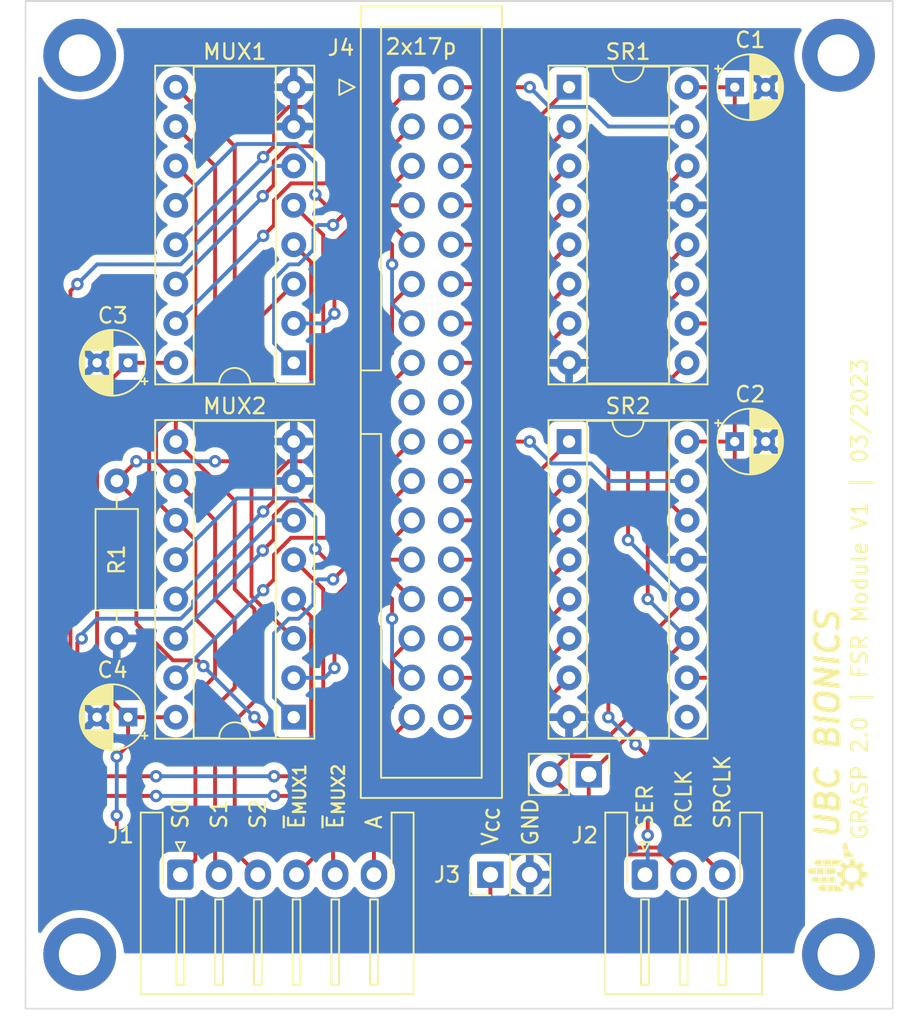
<source format=kicad_pcb>
(kicad_pcb (version 20221018) (generator pcbnew)
  (layers (0 "F.Cu" signal) (31 "B.Cu" signal) (34 "B.Paste" user) (35 "F.Paste" user) (36 "B.SilkS" user "B.Silkscreen") (37 "F.SilkS" user "F.Silkscreen") (38 "B.Mask" user) (39 "F.Mask" user) (44 "Edge.Cuts" user))
  (net 0 "")
  (net 1 "VCC")
  (net 2 "GND")
  (net 3 "Net-(J2-Pin_1)")
  (net 4 "Net-(J2-Pin_2)")
  (net 5 "Net-(J2-Pin_3)")
  (net 6 "Net-(SR1-QH')")
  (net 8 "Net-(J1-Pin_1)")
  (net 9 "Net-(J1-Pin_2)")
  (net 10 "Net-(J1-Pin_3)")
  (net 11 "Net-(J1-Pin_4)")
  (net 12 "Net-(J1-Pin_5)")
  (net 13 "Net-(J1-Pin_6)")
  (net 14 "Net-(J4-Pin_34)")
  (net 15 "Net-(J4-Pin_33)")
  (net 16 "Net-(J4-Pin_32)")
  (net 17 "Net-(J4-Pin_31)")
  (net 18 "Net-(J4-Pin_30)")
  (net 19 "Net-(J4-Pin_29)")
  (net 20 "Net-(J4-Pin_28)")
  (net 21 "Net-(J4-Pin_27)")
  (net 22 "Net-(J4-Pin_26)")
  (net 23 "Net-(J4-Pin_25)")
  (net 24 "Net-(J4-Pin_24)")
  (net 25 "Net-(J4-Pin_23)")
  (net 26 "Net-(J4-Pin_22)")
  (net 27 "Net-(J4-Pin_21)")
  (net 28 "Net-(J4-Pin_20)")
  (net 29 "Net-(J4-Pin_19)")
  (net 32 "Net-(J4-Pin_16)")
  (net 33 "Net-(J4-Pin_15)")
  (net 34 "Net-(J4-Pin_14)")
  (net 35 "Net-(J4-Pin_13)")
  (net 36 "Net-(J4-Pin_12)")
  (net 37 "Net-(J4-Pin_11)")
  (net 38 "Net-(J4-Pin_10)")
  (net 39 "Net-(J4-Pin_9)")
  (net 40 "Net-(J4-Pin_8)")
  (net 41 "Net-(J4-Pin_7)")
  (net 42 "Net-(J4-Pin_6)")
  (net 43 "Net-(J4-Pin_5)")
  (net 44 "Net-(J4-Pin_4)")
  (net 45 "Net-(J4-Pin_3)")
  (net 46 "Net-(J4-Pin_2)")
  (net 47 "Net-(J4-Pin_1)")
  (footprint "Capacitor_THT:CP_Radial_D4.0mm_P2.00mm" (layer "F.Cu") (at 136.62 76.2 180)
    (fp_text reference "C4" (at 1 3.048) (layer "F.SilkS"))
    (fp_text value "0.1uF")
    (pad "1" thru_hole rect (at 0 0 180) (size 1.2 1.2) (drill 0.6) (layers "*.Cu" "*.Mask") (net 1 "VCC"))
    (pad "2" thru_hole circle (at 2 0 180) (size 1.2 1.2) (drill 0.6) (layers "*.Cu" "*.Mask") (net 2 "GND"))
  )
  (footprint "Capacitor_THT:CP_Radial_D4.0mm_P2.00mm" (layer "F.Cu") (at 175.8 58.42)
    (fp_text reference "C2" (at 1 -3.048) (layer "F.SilkS"))
    (fp_text value "0.1uF")
    (pad "1" thru_hole rect (at 0 0) (size 1.2 1.2) (drill 0.6) (layers "*.Cu" "*.Mask") (net 1 "VCC"))
    (pad "2" thru_hole circle (at 2 0) (size 1.2 1.2) (drill 0.6) (layers "*.Cu" "*.Mask") (net 2 "GND"))
  )
  (footprint "Connector_PinHeader_2.54mm:PinHeader_1x02_P2.54mm_Vertical" (layer "F.Cu") (at 160.02 86.36 90)
    (fp_text reference "J3" (at 0 -2.794 180) (layer "F.SilkS"))
    (fp_text value "Conn_01x02")
    (pad "1" thru_hole rect (at 0 0 90) (size 1.7 1.7) (drill 1) (layers "*.Cu" "*.Mask") (net 1 "VCC"))
    (pad "2" thru_hole oval (at 0 2.54 90) (size 1.7 1.7) (drill 1) (layers "*.Cu" "*.Mask") (net 2 "GND"))
  )
  (footprint "Resistor_THT:R_Axial_DIN0207_L6.3mm_D2.5mm_P10.16mm_Horizontal" (layer "F.Cu") (at 135.89 60.96 -90)
    (fp_text reference "R1" (at 5.08 0 90) (layer "F.SilkS"))
    (fp_text value "20k")
    (pad "1" thru_hole circle (at 0 0 270) (size 1.6 1.6) (drill 0.8) (layers "*.Cu" "*.Mask") (net 13 "Net-(J1-Pin_6)"))
    (pad "2" thru_hole oval (at 10.16 0 270) (size 1.6 1.6) (drill 0.8) (layers "*.Cu" "*.Mask") (net 2 "GND"))
  )
  (footprint "Connector_JST:JST_XH_S3B-XH-A-1_1x03_P2.50mm_Horizontal" (layer "F.Cu") (at 170 86.36)
    (fp_text reference "J2" (at -3.884 -2.54) (layer "F.SilkS"))
    (fp_text value "Conn_01x03")
    (pad "1" thru_hole roundrect (at 0 0) (size 1.7 1.95) (drill 0.95) (layers "*.Cu" "*.Mask") (roundrect_rratio 0.1470588235) (net 3 "Net-(J2-Pin_1)"))
    (pad "2" thru_hole oval (at 2.5 0) (size 1.7 1.95) (drill 0.95) (layers "*.Cu" "*.Mask") (net 4 "Net-(J2-Pin_2)"))
    (pad "3" thru_hole oval (at 5 0) (size 1.7 1.95) (drill 0.95) (layers "*.Cu" "*.Mask") (net 5 "Net-(J2-Pin_3)"))
  )
  (footprint "MountingHole:MountingHole_2.7mm_M2.5_DIN965_Pad" (layer "F.Cu") (at 182.5 33.5)
    (fp_text reference "H1" hide)
    (fp_text value "MountingHole")
    (pad "1" thru_hole circle (at 0 0) (size 4.7 4.7) (drill 2.7) (layers "*.Cu" "*.Mask"))
  )
  (footprint "MountingHole:MountingHole_2.7mm_M2.5_DIN965_Pad" (layer "F.Cu") (at 133.5 91.5)
    (fp_text reference "H3" hide)
    (fp_text value "MountingHole")
    (pad "1" thru_hole circle (at 0 0) (size 4.7 4.7) (drill 2.7) (layers "*.Cu" "*.Mask"))
  )
  (footprint "MountingHole:MountingHole_2.7mm_M2.5_DIN965_Pad" (layer "F.Cu") (at 133.5 33.5)
    (fp_text reference "H4" hide)
    (fp_text value "MountingHole")
    (pad "1" thru_hole circle (at 0 0) (size 4.7 4.7) (drill 2.7) (layers "*.Cu" "*.Mask"))
  )
  (footprint "Connector_IDC:IDC-Header_2x17_P2.54mm_Vertical" (layer "F.Cu") (at 154.94 35.56)
    (fp_text reference "J4" (at -4.572 -2.54) (layer "F.SilkS"))
    (fp_text value "Conn_02x17_Odd_Even")
    (pad "1" thru_hole roundrect (at 0 0) (size 1.7 1.7) (drill 1) (layers "*.Cu" "*.Mask") (roundrect_rratio 0.1470588235) (net 47 "Net-(J4-Pin_1)"))
    (pad "2" thru_hole circle (at 2.54 0) (size 1.7 1.7) (drill 1) (layers "*.Cu" "*.Mask") (net 46 "Net-(J4-Pin_2)"))
    (pad "3" thru_hole circle (at 0 2.54) (size 1.7 1.7) (drill 1) (layers "*.Cu" "*.Mask") (net 45 "Net-(J4-Pin_3)"))
    (pad "4" thru_hole circle (at 2.54 2.54) (size 1.7 1.7) (drill 1) (layers "*.Cu" "*.Mask") (net 44 "Net-(J4-Pin_4)"))
    (pad "5" thru_hole circle (at 0 5.08) (size 1.7 1.7) (drill 1) (layers "*.Cu" "*.Mask") (net 43 "Net-(J4-Pin_5)"))
    (pad "6" thru_hole circle (at 2.54 5.08) (size 1.7 1.7) (drill 1) (layers "*.Cu" "*.Mask") (net 42 "Net-(J4-Pin_6)"))
    (pad "7" thru_hole circle (at 0 7.62) (size 1.7 1.7) (drill 1) (layers "*.Cu" "*.Mask") (net 41 "Net-(J4-Pin_7)"))
    (pad "8" thru_hole circle (at 2.54 7.62) (size 1.7 1.7) (drill 1) (layers "*.Cu" "*.Mask") (net 40 "Net-(J4-Pin_8)"))
    (pad "9" thru_hole circle (at 0 10.16) (size 1.7 1.7) (drill 1) (layers "*.Cu" "*.Mask") (net 39 "Net-(J4-Pin_9)"))
    (pad "10" thru_hole circle (at 2.54 10.16) (size 1.7 1.7) (drill 1) (layers "*.Cu" "*.Mask") (net 38 "Net-(J4-Pin_10)"))
    (pad "11" thru_hole circle (at 0 12.7) (size 1.7 1.7) (drill 1) (layers "*.Cu" "*.Mask") (net 37 "Net-(J4-Pin_11)"))
    (pad "12" thru_hole circle (at 2.54 12.7) (size 1.7 1.7) (drill 1) (layers "*.Cu" "*.Mask") (net 36 "Net-(J4-Pin_12)"))
    (pad "13" thru_hole circle (at 0 15.24) (size 1.7 1.7) (drill 1) (layers "*.Cu" "*.Mask") (net 35 "Net-(J4-Pin_13)"))
    (pad "14" thru_hole circle (at 2.54 15.24) (size 1.7 1.7) (drill 1) (layers "*.Cu" "*.Mask") (net 34 "Net-(J4-Pin_14)"))
    (pad "15" thru_hole circle (at 0 17.78) (size 1.7 1.7) (drill 1) (layers "*.Cu" "*.Mask") (net 33 "Net-(J4-Pin_15)"))
    (pad "16" thru_hole circle (at 2.54 17.78) (size 1.7 1.7) (drill 1) (layers "*.Cu" "*.Mask") (net 32 "Net-(J4-Pin_16)"))
    (pad "17" thru_hole circle (at 0 20.32) (size 1.7 1.7) (drill 1) (layers "*.Cu" "*.Mask"))
    (pad "18" thru_hole circle (at 2.54 20.32) (size 1.7 1.7) (drill 1) (layers "*.Cu" "*.Mask"))
    (pad "19" thru_hole circle (at 0 22.86) (size 1.7 1.7) (drill 1) (layers "*.Cu" "*.Mask") (net 29 "Net-(J4-Pin_19)"))
    (pad "20" thru_hole circle (at 2.54 22.86) (size 1.7 1.7) (drill 1) (layers "*.Cu" "*.Mask") (net 28 "Net-(J4-Pin_20)"))
    (pad "21" thru_hole circle (at 0 25.4) (size 1.7 1.7) (drill 1) (layers "*.Cu" "*.Mask") (net 27 "Net-(J4-Pin_21)"))
    (pad "22" thru_hole circle (at 2.54 25.4) (size 1.7 1.7) (drill 1) (layers "*.Cu" "*.Mask") (net 26 "Net-(J4-Pin_22)"))
    (pad "23" thru_hole circle (at 0 27.94) (size 1.7 1.7) (drill 1) (layers "*.Cu" "*.Mask") (net 25 "Net-(J4-Pin_23)"))
    (pad "24" thru_hole circle (at 2.54 27.94) (size 1.7 1.7) (drill 1) (layers "*.Cu" "*.Mask") (net 24 "Net-(J4-Pin_24)"))
    (pad "25" thru_hole circle (at 0 30.48) (size 1.7 1.7) (drill 1) (layers "*.Cu" "*.Mask") (net 23 "Net-(J4-Pin_25)"))
    (pad "26" thru_hole circle (at 2.54 30.48) (size 1.7 1.7) (drill 1) (layers "*.Cu" "*.Mask") (net 22 "Net-(J4-Pin_26)"))
    (pad "27" thru_hole circle (at 0 33.02) (size 1.7 1.7) (drill 1) (layers "*.Cu" "*.Mask") (net 21 "Net-(J4-Pin_27)"))
    (pad "28" thru_hole circle (at 2.54 33.02) (size 1.7 1.7) (drill 1) (layers "*.Cu" "*.Mask") (net 20 "Net-(J4-Pin_28)"))
    (pad "29" thru_hole circle (at 0 35.56) (size 1.7 1.7) (drill 1) (layers "*.Cu" "*.Mask") (net 19 "Net-(J4-Pin_29)"))
    (pad "30" thru_hole circle (at 2.54 35.56) (size 1.7 1.7) (drill 1) (layers "*.Cu" "*.Mask") (net 18 "Net-(J4-Pin_30)"))
    (pad "31" thru_hole circle (at 0 38.1) (size 1.7 1.7) (drill 1) (layers "*.Cu" "*.Mask") (net 17 "Net-(J4-Pin_31)"))
    (pad "32" thru_hole circle (at 2.54 38.1) (size 1.7 1.7) (drill 1) (layers "*.Cu" "*.Mask") (net 16 "Net-(J4-Pin_32)"))
    (pad "33" thru_hole circle (at 0 40.64) (size 1.7 1.7) (drill 1) (layers "*.Cu" "*.Mask") (net 15 "Net-(J4-Pin_33)"))
    (pad "34" thru_hole circle (at 2.54 40.64) (size 1.7 1.7) (drill 1) (layers "*.Cu" "*.Mask") (net 14 "Net-(J4-Pin_34)"))
  )
  (footprint "Package_DIP:DIP-16_W7.62mm_Socket" (layer "F.Cu") (at 147.32 53.34 180)
    (fp_text reference "MUX1" (at 3.81 20.066) (layer "F.SilkS"))
    (fp_text value "74HC4051")
    (pad "1" thru_hole rect (at 0 0 180) (size 1.6 1.6) (drill 0.8) (layers "*.Cu" "*.Mask") (net 39 "Net-(J4-Pin_9)"))
    (pad "2" thru_hole oval (at 0 2.54 180) (size 1.6 1.6) (drill 0.8) (layers "*.Cu" "*.Mask") (net 35 "Net-(J4-Pin_13)"))
    (pad "3" thru_hole oval (at 0 5.08 180) (size 1.6 1.6) (drill 0.8) (layers "*.Cu" "*.Mask") (net 13 "Net-(J1-Pin_6)"))
    (pad "4" thru_hole oval (at 0 7.62 180) (size 1.6 1.6) (drill 0.8) (layers "*.Cu" "*.Mask") (net 33 "Net-(J4-Pin_15)"))
    (pad "5" thru_hole oval (at 0 10.16 180) (size 1.6 1.6) (drill 0.8) (layers "*.Cu" "*.Mask") (net 37 "Net-(J4-Pin_11)"))
    (pad "6" thru_hole oval (at 0 12.7 180) (size 1.6 1.6) (drill 0.8) (layers "*.Cu" "*.Mask") (net 11 "Net-(J1-Pin_4)"))
    (pad "7" thru_hole oval (at 0 15.24 180) (size 1.6 1.6) (drill 0.8) (layers "*.Cu" "*.Mask") (net 2 "GND"))
    (pad "8" thru_hole oval (at 0 17.78 180) (size 1.6 1.6) (drill 0.8) (layers "*.Cu" "*.Mask") (net 2 "GND"))
    (pad "9" thru_hole oval (at 7.62 17.78 180) (size 1.6 1.6) (drill 0.8) (layers "*.Cu" "*.Mask") (net 10 "Net-(J1-Pin_3)"))
    (pad "10" thru_hole oval (at 7.62 15.24 180) (size 1.6 1.6) (drill 0.8) (layers "*.Cu" "*.Mask") (net 9 "Net-(J1-Pin_2)"))
    (pad "11" thru_hole oval (at 7.62 12.7 180) (size 1.6 1.6) (drill 0.8) (layers "*.Cu" "*.Mask") (net 8 "Net-(J1-Pin_1)"))
    (pad "12" thru_hole oval (at 7.62 10.16 180) (size 1.6 1.6) (drill 0.8) (layers "*.Cu" "*.Mask") (net 41 "Net-(J4-Pin_7)"))
    (pad "13" thru_hole oval (at 7.62 7.62 180) (size 1.6 1.6) (drill 0.8) (layers "*.Cu" "*.Mask") (net 47 "Net-(J4-Pin_1)"))
    (pad "14" thru_hole oval (at 7.62 5.08 180) (size 1.6 1.6) (drill 0.8) (layers "*.Cu" "*.Mask") (net 45 "Net-(J4-Pin_3)"))
    (pad "15" thru_hole oval (at 7.62 2.54 180) (size 1.6 1.6) (drill 0.8) (layers "*.Cu" "*.Mask") (net 43 "Net-(J4-Pin_5)"))
    (pad "16" thru_hole oval (at 7.62 0 180) (size 1.6 1.6) (drill 0.8) (layers "*.Cu" "*.Mask") (net 1 "VCC"))
  )
  (footprint "Capacitor_THT:CP_Radial_D4.0mm_P2.00mm" (layer "F.Cu") (at 136.62 53.34 180)
    (fp_text reference "C3" (at 0.984 3.048) (layer "F.SilkS"))
    (fp_text value "0.1uF")
    (pad "1" thru_hole rect (at 0 0 180) (size 1.2 1.2) (drill 0.6) (layers "*.Cu" "*.Mask") (net 1 "VCC"))
    (pad "2" thru_hole circle (at 2 0 180) (size 1.2 1.2) (drill 0.6) (layers "*.Cu" "*.Mask") (net 2 "GND"))
  )
  (footprint "Package_DIP:DIP-16_W7.62mm_Socket" (layer "F.Cu") (at 165.1 58.42)
    (fp_text reference "SR2" (at 3.81 -2.286) (layer "F.SilkS"))
    (fp_text value "74HC595")
    (pad "1" thru_hole rect (at 0 0) (size 1.6 1.6) (drill 0.8) (layers "*.Cu" "*.Mask") (net 26 "Net-(J4-Pin_22)"))
    (pad "2" thru_hole oval (at 0 2.54) (size 1.6 1.6) (drill 0.8) (layers "*.Cu" "*.Mask") (net 24 "Net-(J4-Pin_24)"))
    (pad "3" thru_hole oval (at 0 5.08) (size 1.6 1.6) (drill 0.8) (layers "*.Cu" "*.Mask") (net 22 "Net-(J4-Pin_26)"))
    (pad "4" thru_hole oval (at 0 7.62) (size 1.6 1.6) (drill 0.8) (layers "*.Cu" "*.Mask") (net 20 "Net-(J4-Pin_28)"))
    (pad "5" thru_hole oval (at 0 10.16) (size 1.6 1.6) (drill 0.8) (layers "*.Cu" "*.Mask") (net 18 "Net-(J4-Pin_30)"))
    (pad "6" thru_hole oval (at 0 12.7) (size 1.6 1.6) (drill 0.8) (layers "*.Cu" "*.Mask") (net 16 "Net-(J4-Pin_32)"))
    (pad "7" thru_hole oval (at 0 15.24) (size 1.6 1.6) (drill 0.8) (layers "*.Cu" "*.Mask") (net 14 "Net-(J4-Pin_34)"))
    (pad "8" thru_hole oval (at 0 17.78) (size 1.6 1.6) (drill 0.8) (layers "*.Cu" "*.Mask") (net 2 "GND"))
    (pad "9" thru_hole oval (at 7.62 17.78) (size 1.6 1.6) (drill 0.8) (layers "*.Cu" "*.Mask"))
    (pad "10" thru_hole oval (at 7.62 15.24) (size 1.6 1.6) (drill 0.8) (layers "*.Cu" "*.Mask") (net 1 "VCC"))
    (pad "11" thru_hole oval (at 7.62 12.7) (size 1.6 1.6) (drill 0.8) (layers "*.Cu" "*.Mask") (net 5 "Net-(J2-Pin_3)"))
    (pad "12" thru_hole oval (at 7.62 10.16) (size 1.6 1.6) (drill 0.8) (layers "*.Cu" "*.Mask") (net 4 "Net-(J2-Pin_2)"))
    (pad "13" thru_hole oval (at 7.62 7.62) (size 1.6 1.6) (drill 0.8) (layers "*.Cu" "*.Mask") (net 2 "GND"))
    (pad "14" thru_hole oval (at 7.62 5.08) (size 1.6 1.6) (drill 0.8) (layers "*.Cu" "*.Mask") (net 6 "Net-(SR1-QH')"))
    (pad "15" thru_hole oval (at 7.62 2.54) (size 1.6 1.6) (drill 0.8) (layers "*.Cu" "*.Mask") (net 28 "Net-(J4-Pin_20)"))
    (pad "16" thru_hole oval (at 7.62 0) (size 1.6 1.6) (drill 0.8) (layers "*.Cu" "*.Mask") (net 1 "VCC"))
  )
  (footprint "Package_DIP:DIP-16_W7.62mm_Socket" (layer "F.Cu") (at 165.1 35.56)
    (fp_text reference "SR1" (at 3.81 -2.286) (layer "F.SilkS"))
    (fp_text value "74HC595")
    (pad "1" thru_hole rect (at 0 0) (size 1.6 1.6) (drill 0.8) (layers "*.Cu" "*.Mask") (net 44 "Net-(J4-Pin_4)"))
    (pad "2" thru_hole oval (at 0 2.54) (size 1.6 1.6) (drill 0.8) (layers "*.Cu" "*.Mask") (net 42 "Net-(J4-Pin_6)"))
    (pad "3" thru_hole oval (at 0 5.08) (size 1.6 1.6) (drill 0.8) (layers "*.Cu" "*.Mask") (net 40 "Net-(J4-Pin_8)"))
    (pad "4" thru_hole oval (at 0 7.62) (size 1.6 1.6) (drill 0.8) (layers "*.Cu" "*.Mask") (net 38 "Net-(J4-Pin_10)"))
    (pad "5" thru_hole oval (at 0 10.16) (size 1.6 1.6) (drill 0.8) (layers "*.Cu" "*.Mask") (net 36 "Net-(J4-Pin_12)"))
    (pad "6" thru_hole oval (at 0 12.7) (size 1.6 1.6) (drill 0.8) (layers "*.Cu" "*.Mask") (net 34 "Net-(J4-Pin_14)"))
    (pad "7" thru_hole oval (at 0 15.24) (size 1.6 1.6) (drill 0.8) (layers "*.Cu" "*.Mask") (net 32 "Net-(J4-Pin_16)"))
    (pad "8" thru_hole oval (at 0 17.78) (size 1.6 1.6) (drill 0.8) (layers "*.Cu" "*.Mask") (net 2 "GND"))
    (pad "9" thru_hole oval (at 7.62 17.78) (size 1.6 1.6) (drill 0.8) (layers "*.Cu" "*.Mask") (net 6 "Net-(SR1-QH')"))
    (pad "10" thru_hole oval (at 7.62 15.24) (size 1.6 1.6) (drill 0.8) (layers "*.Cu" "*.Mask") (net 1 "VCC"))
    (pad "11" thru_hole oval (at 7.62 12.7) (size 1.6 1.6) (drill 0.8) (layers "*.Cu" "*.Mask") (net 5 "Net-(J2-Pin_3)"))
    (pad "12" thru_hole oval (at 7.62 10.16) (size 1.6 1.6) (drill 0.8) (layers "*.Cu" "*.Mask") (net 4 "Net-(J2-Pin_2)"))
    (pad "13" thru_hole oval (at 7.62 7.62) (size 1.6 1.6) (drill 0.8) (layers "*.Cu" "*.Mask") (net 2 "GND"))
    (pad "14" thru_hole oval (at 7.62 5.08) (size 1.6 1.6) (drill 0.8) (layers "*.Cu" "*.Mask") (net 3 "Net-(J2-Pin_1)"))
    (pad "15" thru_hole oval (at 7.62 2.54) (size 1.6 1.6) (drill 0.8) (layers "*.Cu" "*.Mask") (net 46 "Net-(J4-Pin_2)"))
    (pad "16" thru_hole oval (at 7.62 0) (size 1.6 1.6) (drill 0.8) (layers "*.Cu" "*.Mask") (net 1 "VCC"))
  )
  (footprint "Package_DIP:DIP-16_W7.62mm_Socket" (layer "F.Cu") (at 147.32 76.2 180)
    (fp_text reference "MUX2" (at 3.81 20.066) (layer "F.SilkS"))
    (fp_text value "74HC4051")
    (pad "1" thru_hole rect (at 0 0 180) (size 1.6 1.6) (drill 0.8) (layers "*.Cu" "*.Mask") (net 21 "Net-(J4-Pin_27)"))
    (pad "2" thru_hole oval (at 0 2.54 180) (size 1.6 1.6) (drill 0.8) (layers "*.Cu" "*.Mask") (net 17 "Net-(J4-Pin_31)"))
    (pad "3" thru_hole oval (at 0 5.08 180) (size 1.6 1.6) (drill 0.8) (layers "*.Cu" "*.Mask") (net 13 "Net-(J1-Pin_6)"))
    (pad "4" thru_hole oval (at 0 7.62 180) (size 1.6 1.6) (drill 0.8) (layers "*.Cu" "*.Mask") (net 15 "Net-(J4-Pin_33)"))
    (pad "5" thru_hole oval (at 0 10.16 180) (size 1.6 1.6) (drill 0.8) (layers "*.Cu" "*.Mask") (net 19 "Net-(J4-Pin_29)"))
    (pad "6" thru_hole oval (at 0 12.7 180) (size 1.6 1.6) (drill 0.8) (layers "*.Cu" "*.Mask") (net 12 "Net-(J1-Pin_5)"))
    (pad "7" thru_hole oval (at 0 15.24 180) (size 1.6 1.6) (drill 0.8) (layers "*.Cu" "*.Mask") (net 2 "GND"))
    (pad "8" thru_hole oval (at 0 17.78 180) (size 1.6 1.6) (drill 0.8) (layers "*.Cu" "*.Mask") (net 2 "GND"))
    (pad "9" thru_hole oval (at 7.62 17.78 180) (size 1.6 1.6) (drill 0.8) (layers "*.Cu" "*.Mask") (net 10 "Net-(J1-Pin_3)"))
    (pad "10" thru_hole oval (at 7.62 15.24 180) (size 1.6 1.6) (drill 0.8) (layers "*.Cu" "*.Mask") (net 9 "Net-(J1-Pin_2)"))
    (pad "11" thru_hole oval (at 7.62 12.7 180) (size 1.6 1.6) (drill 0.8) (layers "*.Cu" "*.Mask") (net 8 "Net-(J1-Pin_1)"))
    (pad "12" thru_hole oval (at 7.62 10.16 180) (size 1.6 1.6) (drill 0.8) (layers "*.Cu" "*.Mask") (net 23 "Net-(J4-Pin_25)"))
    (pad "13" thru_hole oval (at 7.62 7.62 180) (size 1.6 1.6) (drill 0.8) (layers "*.Cu" "*.Mask") (net 29 "Net-(J4-Pin_19)"))
    (pad "14" thru_hole oval (at 7.62 5.08 180) (size 1.6 1.6) (drill 0.8) (layers "*.Cu" "*.Mask") (net 27 "Net-(J4-Pin_21)"))
    (pad "15" thru_hole oval (at 7.62 2.54 180) (size 1.6 1.6) (drill 0.8) (layers "*.Cu" "*.Mask") (net 25 "Net-(J4-Pin_23)"))
    (pad "16" thru_hole oval (at 7.62 0 180) (size 1.6 1.6) (drill 0.8) (layers "*.Cu" "*.Mask") (net 1 "VCC"))
  )
  (footprint "LOGO" (layer "F.Cu") (at 182.422466 86.238577 90)
    (fp_text reference "G***" hide)
    (fp_text value "LOGO" hide)
  )
  (footprint "Capacitor_THT:CP_Radial_D4.0mm_P2.00mm" (layer "F.Cu") (at 175.8 35.56)
    (fp_text reference "C1" (at 1 -3.048) (layer "F.SilkS"))
    (fp_text value "0.1uF")
    (pad "1" thru_hole rect (at 0 0) (size 1.2 1.2) (drill 0.6) (layers "*.Cu" "*.Mask") (net 1 "VCC"))
    (pad "2" thru_hole circle (at 2 0) (size 1.2 1.2) (drill 0.6) (layers "*.Cu" "*.Mask") (net 2 "GND"))
  )
  (footprint "Connector_PinHeader_2.54mm:PinHeader_1x02_P2.54mm_Vertical" (layer "F.Cu") (at 166.37 79.89 -90)
    (fp_text reference "J5" hide)
    (fp_text value "Conn_01x02")
    (pad "1" thru_hole rect (at 0 0 270) (size 1.7 1.7) (drill 1) (layers "*.Cu" "*.Mask") (net 5 "Net-(J2-Pin_3)"))
    (pad "2" thru_hole oval (at 0 2.54 270) (size 1.7 1.7) (drill 1) (layers "*.Cu" "*.Mask") (net 4 "Net-(J2-Pin_2)"))
  )
  (footprint "Connector_JST:JST_XH_S6B-XH-A-1_1x06_P2.50mm_Horizontal" (layer "F.Cu") (at 140 86.36)
    (fp_text reference "J1" (at -3.856 -2.54) (layer "F.SilkS"))
    (fp_text value "Conn_01x06")
    (pad "1" thru_hole roundrect (at 0 0) (size 1.7 1.95) (drill 0.95) (layers "*.Cu" "*.Mask") (roundrect_rratio 0.1470588235) (net 8 "Net-(J1-Pin_1)"))
    (pad "2" thru_hole oval (at 2.5 0) (size 1.7 1.95) (drill 0.95) (layers "*.Cu" "*.Mask") (net 9 "Net-(J1-Pin_2)"))
    (pad "3" thru_hole oval (at 5 0) (size 1.7 1.95) (drill 0.95) (layers "*.Cu" "*.Mask") (net 10 "Net-(J1-Pin_3)"))
    (pad "4" thru_hole oval (at 7.5 0) (size 1.7 1.95) (drill 0.95) (layers "*.Cu" "*.Mask") (net 11 "Net-(J1-Pin_4)"))
    (pad "5" thru_hole oval (at 10 0) (size 1.7 1.95) (drill 0.95) (layers "*.Cu" "*.Mask") (net 12 "Net-(J1-Pin_5)"))
    (pad "6" thru_hole oval (at 12.5 0) (size 1.7 1.95) (drill 0.95) (layers "*.Cu" "*.Mask") (net 13 "Net-(J1-Pin_6)"))
  )
  (footprint "MountingHole:MountingHole_2.7mm_M2.5_DIN965_Pad" (layer "F.Cu") (at 182.5 91.5)
    (fp_text reference "H2" hide)
    (fp_text value "MountingHole")
    (pad "1" thru_hole circle (at 0 0) (size 4.7 4.7) (drill 2.7) (layers "*.Cu" "*.Mask"))
  )
  (gr_rect (start 130 30) (end 186 95) (stroke (width 0.1)) (fill none) (layer "Edge.Cuts"))
  (gr_text "A" (at 152.5 83.5 90) (layer "F.SilkS") (effects (font (size 1 1)) (justify left)))
  (gr_text "V_{CC}" (at 160 84.582 90) (layer "F.SilkS") (effects (font (size 1 1)) (justify left)))
  (gr_text "UBC BIONICS" (at 182.676466 84.206577 90) (layer "F.SilkS") (effects (font (size 1.5 1.5) (thickness 0.3) bold italic) (justify left bottom)))
  (gr_text "S1" (at 142.5 83.5 90) (layer "F.SilkS") (effects (font (size 1 1)) (justify left)))
  (gr_text "GRASP 2.0 | FSR Module V1 | 03/2023" (at 184.454466 84.206577 90) (layer "F.SilkS") (effects (font (size 1 1)) (justify left bottom)))
  (gr_text "RCLK" (at 172.5 83.5 90) (layer "F.SilkS") (effects (font (size 1 1)) (justify left)))
  (gr_text "S0" (at 140 83.5 90) (layer "F.SilkS") (effects (font (size 1 1)) (justify left)))
  (gr_text "SER" (at 170 83.5 90) (layer "F.SilkS") (effects (font (size 1 1)) (justify left)))
  (gr_text "S2" (at 145 83.5 90) (layer "F.SilkS") (effects (font (size 1 1)) (justify left)))
  (gr_text "2x17p" (at 153.162 33.528) (layer "F.SilkS") (effects (font (size 1 1)) (justify left bottom)))
  (gr_text "SRCLK" (at 175 83.5 90) (layer "F.SilkS") (effects (font (size 1 1)) (justify left)))
  (gr_text "~{E}_{MUX1}" (at 147.5 83.5 90) (layer "F.SilkS") (effects (font (size 1 1)) (justify left)))
  (gr_text "GND" (at 162.6 84.582 90) (layer "F.SilkS") (effects (font (size 1 1)) (justify left)))
  (gr_text "~{E}_{MUX2}" (at 150 83.5 90) (layer "F.SilkS") (effects (font (size 1 1)) (justify left)))
  (segment (start 160.02 86.36) (end 160.02 88.9) (width 0.25) (layer "F.Cu") (net 1))
  (segment (start 172.72 73.66) (end 175.8 73.66) (width 0.25) (layer "F.Cu") (net 1))
  (segment (start 175.8 35.56) (end 172.72 35.56) (width 0.25) (layer "F.Cu") (net 1))
  (segment (start 135.89 82.55) (end 135.89 86.36) (width 0.25) (layer "F.Cu") (net 1))
  (segment (start 172.72 50.8) (end 175.8 50.8) (width 0.25) (layer "F.Cu") (net 1))
  (segment (start 175.8 58.42) (end 172.72 58.42) (width 0.25) (layer "F.Cu") (net 1))
  (segment (start 136.62 53.34) (end 139.7 53.34) (width 0.25) (layer "F.Cu") (net 1))
  (segment (start 175.8 58.42) (end 175.8 73.66) (width 0.25) (layer "F.Cu") (net 1))
  (segment (start 158.75 88.9) (end 160.02 88.9) (width 0.25) (layer "F.Cu") (net 1))
  (segment (start 177.8 82.415) (end 175.8 80.415) (width 0.25) (layer "F.Cu") (net 1))
  (segment (start 175.8 80.415) (end 175.8 73.66) (width 0.25) (layer "F.Cu") (net 1))
  (segment (start 136.62 78.01) (end 136.62 76.2) (width 0.25) (layer "F.Cu") (net 1))
  (segment (start 177.8 87.63) (end 177.8 82.415) (width 0.25) (layer "F.Cu") (net 1))
  (segment (start 175.8 50.8) (end 175.8 58.42) (width 0.25) (layer "F.Cu") (net 1))
  (segment (start 136.62 53.34) (end 134.62 55.34) (width 0.25) (layer "F.Cu") (net 1))
  (segment (start 160.02 88.9) (end 176.53 88.9) (width 0.25) (layer "F.Cu") (net 1))
  (segment (start 135.89 86.36) (end 138.43 88.9) (width 0.25) (layer "F.Cu") (net 1))
  (segment (start 134.62 55.34) (end 134.62 74.2) (width 0.25) (layer "F.Cu") (net 1))
  (segment (start 175.8 35.56) (end 175.8 50.8) (width 0.25) (layer "F.Cu") (net 1))
  (segment (start 176.53 88.9) (end 177.8 87.63) (width 0.25) (layer "F.Cu") (net 1))
  (segment (start 134.62 74.2) (end 136.62 76.2) (width 0.25) (layer "F.Cu") (net 1))
  (segment (start 135.89 78.74) (end 136.62 78.01) (width 0.25) (layer "F.Cu") (net 1))
  (segment (start 136.62 76.2) (end 139.7 76.2) (width 0.25) (layer "F.Cu") (net 1))
  (segment (start 138.43 88.9) (end 158.75 88.9) (width 0.25) (layer "F.Cu") (net 1))
  (via (at 135.89 78.74) (size 0.8) (drill 0.4) (layers "F.Cu" "B.Cu") (net 1))
  (via (at 135.89 82.55) (size 0.8) (drill 0.4) (layers "F.Cu" "B.Cu") (net 1))
  (segment (start 135.89 78.74) (end 135.89 82.55) (width 0.25) (layer "B.Cu") (net 1))
  (segment (start 167.64 71.12) (end 167.64 76.2) (width 0.25) (layer "F.Cu") (net 3))
  (segment (start 169.392299 77.952299) (end 170.18 78.74) (width 0.25) (layer "F.Cu") (net 3))
  (segment (start 167.64 45.72) (end 172.72 40.64) (width 0.25) (layer "F.Cu") (net 3))
  (segment (start 170.18 78.74) (end 170.18 83.82) (width 0.25) (layer "F.Cu") (net 3))
  (segment (start 167.64 71.12) (end 167.64 45.72) (width 0.25) (layer "F.Cu") (net 3))
  (via (at 169.392299 77.952299) (size 0.8) (drill 0.4) (layers "F.Cu" "B.Cu") (net 3))
  (via (at 170.18 83.82) (size 0.8) (drill 0.4) (layers "F.Cu" "B.Cu") (net 3))
  (via (at 167.64 76.2) (size 0.8) (drill 0.4) (layers "F.Cu" "B.Cu") (net 3))
  (segment (start 170.18 86.18) (end 170 86.36) (width 0.25) (layer "B.Cu") (net 3))
  (segment (start 170.18 83.82) (end 170.18 86.18) (width 0.25) (layer "B.Cu") (net 3))
  (segment (start 167.64 76.2) (end 169.392299 77.952299) (width 0.25) (layer "B.Cu") (net 3))
  (segment (start 168.91 76.2) (end 166.395 78.715) (width 0.25) (layer "F.Cu") (net 4))
  (segment (start 168.91 72.39) (end 168.91 76.2) (width 0.25) (layer "F.Cu") (net 4))
  (segment (start 165.1 83.76) (end 166.4 85.06) (width 0.25) (layer "F.Cu") (net 4))
  (segment (start 163.83 79.89) (end 165.1 81.16) (width 0.25) (layer "F.Cu") (net 4))
  (segment (start 168.91 64.77) (end 168.91 49.53) (width 0.25) (layer "F.Cu") (net 4))
  (segment (start 166.395 78.715) (end 165.005 78.715) (width 0.25) (layer "F.Cu") (net 4))
  (segment (start 165.1 81.16) (end 165.1 83.76) (width 0.25) (layer "F.Cu") (net 4))
  (segment (start 171.2 85.06) (end 172.5 86.36) (width 0.25) (layer "F.Cu") (net 4))
  (segment (start 166.4 85.06) (end 171.2 85.06) (width 0.25) (layer "F.Cu") (net 4))
  (segment (start 168.91 49.53) (end 172.72 45.72) (width 0.25) (layer "F.Cu") (net 4))
  (segment (start 165.005 78.715) (end 163.83 79.89) (width 0.25) (layer "F.Cu") (net 4))
  (segment (start 172.72 68.58) (end 168.91 72.39) (width 0.25) (layer "F.Cu") (net 4))
  (via (at 168.91 64.77) (size 0.8) (drill 0.4) (layers "F.Cu" "B.Cu") (net 4))
  (segment (start 168.91 64.77) (end 172.72 68.58) (width 0.25) (layer "B.Cu") (net 4))
  (segment (start 170.18 68.58) (end 170.18 50.8) (width 0.25) (layer "F.Cu") (net 5))
  (segment (start 170.18 50.8) (end 172.72 48.26) (width 0.25) (layer "F.Cu") (net 5))
  (segment (start 173.249999 84.61) (end 174.930977 86.290978) (width 0.25) (layer "F.Cu") (net 5))
  (segment (start 170.18 76.14) (end 170.18 73.66) (width 0.25) (layer "F.Cu") (net 5))
  (segment (start 166.37 79.89) (end 166.37 83.82) (width 0.25) (layer "F.Cu") (net 5))
  (segment (start 166.37 79.89) (end 166.43 79.89) (width 0.25) (layer "F.Cu") (net 5))
  (segment (start 170.18 73.66) (end 172.72 71.12) (width 0.25) (layer "F.Cu") (net 5))
  (segment (start 167.16 84.61) (end 173.249999 84.61) (width 0.25) (layer "F.Cu") (net 5))
  (segment (start 166.43 79.89) (end 170.18 76.14) (width 0.25) (layer "F.Cu") (net 5))
  (segment (start 166.37 83.82) (end 167.16 84.61) (width 0.25) (layer "F.Cu") (net 5))
  (via (at 170.18 68.58) (size 0.8) (drill 0.4) (layers "F.Cu" "B.Cu") (net 5))
  (segment (start 170.18 68.58) (end 172.72 71.12) (width 0.25) (layer "B.Cu") (net 5))
  (segment (start 172.72 63.5) (end 171.45 62.23) (width 0.25) (layer "F.Cu") (net 6))
  (segment (start 171.45 62.23) (end 171.45 54.61) (width 0.25) (layer "F.Cu") (net 6))
  (segment (start 171.45 54.61) (end 172.72 53.34) (width 0.25) (layer "F.Cu") (net 6))
  (segment (start 140.97 74.807652) (end 142.24 73.537652) (width 0.25) (layer "F.Cu") (net 8))
  (segment (start 142.24 73.537652) (end 142.24 71.12) (width 0.25) (layer "F.Cu") (net 8))
  (segment (start 140.97 64.77) (end 139.7 63.5) (width 0.25) (layer "F.Cu") (net 8))
  (segment (start 140.97 85.39) (end 140.97 74.807652) (width 0.25) (layer "F.Cu") (net 8))
  (segment (start 137.98 61.78) (end 137.98 57.597208) (width 0.25) (layer "F.Cu") (net 8))
  (segment (start 142.24 71.12) (end 140.97 69.85) (width 0.25) (layer "F.Cu") (net 8))
  (segment (start 140.97 54.607208) (end 140.97 41.91) (width 0.25) (layer "F.Cu") (net 8))
  (segment (start 139.7 63.5) (end 137.98 61.78) (width 0.25) (layer "F.Cu") (net 8))
  (segment (start 137.98 57.597208) (end 140.97 54.607208) (width 0.25) (layer "F.Cu") (net 8))
  (segment (start 140.97 41.91) (end 139.7 40.64) (width 0.25) (layer "F.Cu") (net 8))
  (segment (start 140 86.36) (end 140.97 85.39) (width 0.25) (layer "F.Cu") (net 8))
  (segment (start 140.97 69.85) (end 140.97 64.77) (width 0.25) (layer "F.Cu") (net 8))
  (segment (start 142.24 40.64) (end 139.7 38.1) (width 0.25) (layer "F.Cu") (net 9))
  (segment (start 138.43 59.69) (end 138.43 57.783604) (width 0.25) (layer "F.Cu") (net 9))
  (segment (start 142.24 75.563604) (end 143.51 74.293604) (width 0.25) (layer "F.Cu") (net 9))
  (segment (start 139.7 60.96) (end 138.43 59.69) (width 0.25) (layer "F.Cu") (net 9))
  (segment (start 142.5 86.36) (end 142.24 86.1) (width 0.25) (layer "F.Cu") (net 9))
  (segment (start 142.24 63.5) (end 139.7 60.96) (width 0.25) (layer "F.Cu") (net 9))
  (segment (start 142.24 68.58) (end 142.24 63.5) (width 0.25) (layer "F.Cu") (net 9))
  (segment (start 138.43 57.783604) (end 142.24 53.973604) (width 0.25) (layer "F.Cu") (net 9))
  (segment (start 143.51 69.85) (end 142.24 68.58) (width 0.25) (layer "F.Cu") (net 9))
  (segment (start 143.51 74.293604) (end 143.51 69.85) (width 0.25) (layer "F.Cu") (net 9))
  (segment (start 142.24 53.973604) (end 142.24 40.64) (width 0.25) (layer "F.Cu") (net 9))
  (segment (start 142.24 86.1) (end 142.24 75.563604) (width 0.25) (layer "F.Cu") (net 9))
  (segment (start 139.7 58.42) (end 143.51 62.23) (width 0.25) (layer "F.Cu") (net 10))
  (segment (start 143.51 76.444695) (end 143.51 84.87) (width 0.25) (layer "F.Cu") (net 10))
  (segment (start 144.78 75.174695) (end 143.51 76.444695) (width 0.25) (layer "F.Cu") (net 10))
  (segment (start 143.51 39.37) (end 139.7 35.56) (width 0.25) (layer "F.Cu") (net 10))
  (segment (start 143.51 84.87) (end 145 86.36) (width 0.25) (layer "F.Cu") (net 10))
  (segment (start 139.7 57.15) (end 143.51 53.34) (width 0.25) (layer "F.Cu") (net 10))
  (segment (start 143.51 62.23) (end 143.51 67.946396) (width 0.25) (layer "F.Cu") (net 10))
  (segment (start 139.7 58.42) (end 139.7 57.15) (width 0.25) (layer "F.Cu") (net 10))
  (segment (start 143.51 53.34) (end 143.51 39.37) (width 0.25) (layer "F.Cu") (net 10))
  (segment (start 143.51 67.946396) (end 144.78 69.216396) (width 0.25) (layer "F.Cu") (net 10))
  (segment (start 144.78 69.216396) (end 144.78 75.174695) (width 0.25) (layer "F.Cu") (net 10))
  (segment (start 146.05 81.28) (end 147.32 81.28) (width 0.25) (layer "F.Cu") (net 11))
  (segment (start 135.25431 81.28) (end 138.43 81.28) (width 0.25) (layer "F.Cu") (net 11))
  (segment (start 147.32 81.28) (end 148.59 82.55) (width 0.25) (layer "F.Cu") (net 11))
  (segment (start 132.900499 48.709501) (end 132.900499 78.926189) (width 0.25) (layer "F.Cu") (net 11))
  (segment (start 148.59 82.55) (end 148.59 85.27) (width 0.25) (layer "F.Cu") (net 11))
  (segment (start 148.59 85.27) (end 147.5 86.36) (width 0.25) (layer "F.Cu") (net 11))
  (segment (start 133.35 48.26) (end 132.900499 48.709501) (width 0.25) (layer "F.Cu") (net 11))
  (segment (start 132.900499 78.926189) (end 135.25431 81.28) (width 0.25) (layer "F.Cu") (net 11))
  (via (at 138.43 81.28) (size 0.8) (drill 0.4) (layers "F.Cu" "B.Cu") (net 11))
  (via (at 146.05 81.28) (size 0.8) (drill 0.4) (layers "F.Cu" "B.Cu") (net 11))
  (via (at 133.35 48.26) (size 0.8) (drill 0.4) (layers "F.Cu" "B.Cu") (net 11))
  (segment (start 140.97 45.72) (end 146.05 40.64) (width 0.25) (layer "B.Cu") (net 11))
  (segment (start 140.020991 46.99) (end 140.97 46.040991) (width 0.25) (layer "B.Cu") (net 11))
  (segment (start 138.43 81.28) (end 146.05 81.28) (width 0.25) (layer "B.Cu") (net 11))
  (segment (start 140.97 46.040991) (end 140.97 45.72) (width 0.25) (layer "B.Cu") (net 11))
  (segment (start 146.05 40.64) (end 147.32 40.64) (width 0.25) (layer "B.Cu") (net 11))
  (segment (start 133.35 48.26) (end 134.62 46.99) (width 0.25) (layer "B.Cu") (net 11))
  (segment (start 134.62 46.99) (end 140.020991 46.99) (width 0.25) (layer "B.Cu") (net 11))
  (segment (start 134.620706 80.01) (end 138.43 80.01) (width 0.25) (layer "F.Cu") (net 12))
  (segment (start 133.35 71.394999) (end 133.35 78.739294) (width 0.25) (layer "F.Cu") (net 12))
  (segment (start 133.624999 71.12) (end 133.35 71.394999) (width 0.25) (layer "F.Cu") (net 12))
  (segment (start 146.05 80.01) (end 147.32 80.01) (width 0.25) (layer "F.Cu") (net 12))
  (segment (start 149.86 82.55) (end 149.86 86.22) (width 0.25) (layer "F.Cu") (net 12))
  (segment (start 149.86 86.22) (end 150 86.36) (width 0.25) (layer "F.Cu") (net 12))
  (segment (start 133.35 78.739294) (end 134.620706 80.01) (width 0.25) (layer "F.Cu") (net 12))
  (segment (start 147.32 80.01) (end 149.86 82.55) (width 0.25) (layer "F.Cu") (net 12))
  (via (at 146.05 80.01) (size 0.8) (drill 0.4) (layers "F.Cu" "B.Cu") (net 12))
  (via (at 138.43 80.01) (size 0.8) (drill 0.4) (layers "F.Cu" "B.Cu") (net 12))
  (via (at 133.624999 71.12) (size 0.8) (drill 0.4) (layers "F.Cu" "B.Cu") (net 12))
  (segment (start 140.825 69.045991) (end 140.825 68.725) (width 0.25) (layer "B.Cu") (net 12))
  (segment (start 140.020991 69.85) (end 140.825 69.045991) (width 0.25) (layer "B.Cu") (net 12))
  (segment (start 146.05 63.5) (end 147.32 63.5) (width 0.25) (layer "B.Cu") (net 12))
  (segment (start 140.825 68.725) (end 146.05 63.5) (width 0.25) (layer "B.Cu") (net 12))
  (segment (start 133.624999 71.12) (end 133.624999 70.845001) (width 0.25) (layer "B.Cu") (net 12))
  (segment (start 134.62 69.85) (end 140.020991 69.85) (width 0.25) (layer "B.Cu") (net 12))
  (segment (start 138.43 80.01) (end 146.05 80.01) (width 0.25) (layer "B.Cu") (net 12))
  (segment (start 133.624999 70.845001) (end 134.62 69.85) (width 0.25) (layer "B.Cu") (net 12))
  (segment (start 141.4823 72.9023) (end 141.115 72.535) (width 0.25) (layer "F.Cu") (net 13))
  (segment (start 152.5 83.92) (end 152.5 86.36) (width 0.25) (layer "F.Cu") (net 13))
  (segment (start 137.16 59.69) (end 135.89 60.96) (width 0.25) (layer "F.Cu") (net 13))
  (segment (start 139.524009 72.535) (end 137.16 70.170991) (width 0.25) (layer "F.Cu") (net 13))
  (segment (start 144.591991 59.69) (end 142.24 59.69) (width 0.25) (layer "F.Cu") (net 13))
  (segment (start 144.78 76.2) (end 152.5 83.92) (width 0.25) (layer "F.Cu") (net 13))
  (segment (start 144.591991 50.988009) (end 144.591991 59.69) (width 0.25) (layer "F.Cu") (net 13))
  (segment (start 144.591991 68.391991) (end 147.32 71.12) (width 0.25) (layer "F.Cu") (net 13))
  (segment (start 147.32 48.26) (end 144.591991 50.988009) (width 0.25) (layer "F.Cu") (net 13))
  (segment (start 141.115 72.535) (end 139.524009 72.535) (width 0.25) (layer "F.Cu") (net 13))
  (segment (start 137.16 70.170991) (end 137.16 62.23) (width 0.25) (layer "F.Cu") (net 13))
  (segment (start 144.591991 59.69) (end 144.591991 68.391991) (width 0.25) (layer "F.Cu") (net 13))
  (segment (start 137.16 62.23) (end 135.89 60.96) (width 0.25) (layer "F.Cu") (net 13))
  (via (at 144.78 76.2) (size 0.8) (drill 0.4) (layers "F.Cu" "B.Cu") (net 13))
  (via (at 137.16 59.69) (size 0.8) (drill 0.4) (layers "F.Cu" "B.Cu") (net 13))
  (via (at 141.4823 72.9023) (size 0.8) (drill 0.4) (layers "F.Cu" "B.Cu") (net 13))
  (via (at 142.24 59.69) (size 0.8) (drill 0.4) (layers "F.Cu" "B.Cu") (net 13))
  (segment (start 144.78 76.2) (end 141.4823 72.9023) (width 0.25) (layer "B.Cu") (net 13))
  (segment (start 142.24 59.69) (end 137.16 59.69) (width 0.25) (layer "B.Cu") (net 13))
  (segment (start 162.56 76.2) (end 165.1 73.66) (width 0.25) (layer "F.Cu") (net 14))
  (segment (start 157.48 76.2) (end 162.56 76.2) (width 0.25) (layer "F.Cu") (net 14))
  (segment (start 149.225 78.105) (end 153.035 78.105) (width 0.25) (layer "F.Cu") (net 15))
  (segment (start 148.445 69.705) (end 148.445 77.325) (width 0.25) (layer "F.Cu") (net 15))
  (segment (start 147.32 68.58) (end 148.445 69.705) (width 0.25) (layer "F.Cu") (net 15))
  (segment (start 153.035 78.105) (end 154.94 76.2) (width 0.25) (layer "F.Cu") (net 15))
  (segment (start 148.445 77.325) (end 149.225 78.105) (width 0.25) (layer "F.Cu") (net 15))
  (segment (start 157.48 73.66) (end 162.56 73.66) (width 0.25) (layer "F.Cu") (net 16))
  (segment (start 162.56 73.66) (end 165.1 71.12) (width 0.25) (layer "F.Cu") (net 16))
  (segment (start 149.9495 73.025) (end 149.9495 68.4905) (width 0.25) (layer "F.Cu") (net 17))
  (segment (start 153.67 68.58) (end 153.67 69.85) (width 0.25) (layer "F.Cu") (net 17))
  (segment (start 151.13 67.31) (end 152.4 67.31) (width 0.25) (layer "F.Cu") (net 17))
  (segment (start 149.9495 68.4905) (end 151.13 67.31) (width 0.25) (layer "F.Cu") (net 17))
  (segment (start 152.4 67.31) (end 153.67 68.58) (width 0.25) (layer "F.Cu") (net 17))
  (via (at 149.9495 73.025) (size 0.8) (drill 0.4) (layers "F.Cu" "B.Cu") (net 17))
  (via (at 153.67 69.85) (size 0.8) (drill 0.4) (layers "F.Cu" "B.Cu") (net 17))
  (segment (start 147.32 73.66) (end 149.3145 73.66) (width 0.25) (layer "B.Cu") (net 17))
  (segment (start 149.3145 73.66) (end 149.9495 73.025) (width 0.25) (layer "B.Cu") (net 17))
  (segment (start 153.67 72.39) (end 154.94 73.66) (width 0.25) (layer "B.Cu") (net 17))
  (segment (start 153.67 69.85) (end 153.67 72.39) (width 0.25) (layer "B.Cu") (net 17))
  (segment (start 157.48 71.12) (end 162.56 71.12) (width 0.25) (layer "F.Cu") (net 18))
  (segment (start 162.56 71.12) (end 165.1 68.58) (width 0.25) (layer "F.Cu") (net 18))
  (segment (start 149.225 67.945) (end 149.225 76.2) (width 0.25) (layer "F.Cu") (net 19))
  (segment (start 153.67 75.565) (end 153.67 72.39) (width 0.25) (layer "F.Cu") (net 19))
  (segment (start 149.86 76.835) (end 152.4 76.835) (width 0.25) (layer "F.Cu") (net 19))
  (segment (start 149.225 76.2) (end 149.86 76.835) (width 0.25) (layer "F.Cu") (net 19))
  (segment (start 153.67 72.39) (end 154.94 71.12) (width 0.25) (layer "F.Cu") (net 19))
  (segment (start 152.4 76.835) (end 153.67 75.565) (width 0.25) (layer "F.Cu") (net 19))
  (segment (start 147.32 66.04) (end 149.225 67.945) (width 0.25) (layer "F.Cu") (net 19))
  (segment (start 162.56 68.58) (end 165.1 66.04) (width 0.25) (layer "F.Cu") (net 20))
  (segment (start 157.48 68.58) (end 162.56 68.58) (width 0.25) (layer "F.Cu") (net 20))
  (segment (start 150.68 66.49) (end 152.85 66.49) (width 0.25) (layer "F.Cu") (net 21))
  (segment (start 152.85 66.49) (end 154.94 68.58) (width 0.25) (layer "F.Cu") (net 21))
  (segment (start 149.86 67.31) (end 150.68 66.49) (width 0.25) (layer "F.Cu") (net 21))
  (via (at 149.86 67.31) (size 0.8) (drill 0.4) (layers "F.Cu" "B.Cu") (net 21))
  (segment (start 148.910991 67.31) (end 149.86 67.31) (width 0.25) (layer "B.Cu") (net 21))
  (segment (start 147.640991 69.85) (end 148.59 68.900991) (width 0.25) (layer "B.Cu") (net 21))
  (segment (start 148.59 67.630991) (end 148.910991 67.31) (width 0.25) (layer "B.Cu") (net 21))
  (segment (start 147.32 76.2) (end 146.05 74.93) (width 0.25) (layer "B.Cu") (net 21))
  (segment (start 146.999009 69.85) (end 147.640991 69.85) (width 0.25) (layer "B.Cu") (net 21))
  (segment (start 146.05 74.93) (end 146.05 70.799009) (width 0.25) (layer "B.Cu") (net 21))
  (segment (start 146.05 70.799009) (end 146.999009 69.85) (width 0.25) (layer "B.Cu") (net 21))
  (segment (start 148.59 68.900991) (end 148.59 67.630991) (width 0.25) (layer "B.Cu") (net 21))
  (segment (start 162.56 66.04) (end 165.1 63.5) (width 0.25) (layer "F.Cu") (net 22))
  (segment (start 157.48 66.04) (end 162.56 66.04) (width 0.25) (layer "F.Cu") (net 22))
  (segment (start 148.719503 65.3495) (end 149.410003 66.04) (width 0.25) (layer "F.Cu") (net 23))
  (segment (start 149.410003 66.04) (end 154.94 66.04) (width 0.25) (layer "F.Cu") (net 23))
  (via (at 148.719503 65.3495) (size 0.8) (drill 0.4) (layers "F.Cu" "B.Cu") (net 23))
  (segment (start 148.719503 63.308512) (end 147.495991 62.085) (width 0.25) (layer "B.Cu") (net 23))
  (segment (start 143.655 62.085) (end 139.7 66.04) (width 0.25) (layer "B.Cu") (net 23))
  (segment (start 147.495991 62.085) (end 143.655 62.085) (width 0.25) (layer "B.Cu") (net 23))
  (segment (start 148.719503 65.3495) (end 148.719503 63.308512) (width 0.25) (layer "B.Cu") (net 23))
  (segment (start 157.48 63.5) (end 162.56 63.5) (width 0.25) (layer "F.Cu") (net 24))
  (segment (start 162.56 63.5) (end 165.1 60.96) (width 0.25) (layer "F.Cu") (net 24))
  (segment (start 153.815 64.625) (end 154.94 63.5) (width 0.25) (layer "F.Cu") (net 25))
  (segment (start 147.144009 64.625) (end 153.815 64.625) (width 0.25) (layer "F.Cu") (net 25))
  (segment (start 145.350248 68.009751) (end 146.041991 67.318008) (width 0.25) (layer "F.Cu") (net 25))
  (segment (start 146.041991 67.318008) (end 146.041991 65.727018) (width 0.25) (layer "F.Cu") (net 25))
  (segment (start 146.041991 65.727018) (end 147.144009 64.625) (width 0.25) (layer "F.Cu") (net 25))
  (via (at 145.350248 68.009751) (size 0.8) (drill 0.4) (layers "F.Cu" "B.Cu") (net 25))
  (segment (start 145.350248 68.009752) (end 139.7 73.66) (width 0.25) (layer "B.Cu") (net 25))
  (segment (start 145.350248 68.009751) (end 145.350248 68.009752) (width 0.25) (layer "B.Cu") (net 25))
  (segment (start 157.48 60.96) (end 162.56 60.96) (width 0.25) (layer "F.Cu") (net 26))
  (segment (start 162.56 60.96) (end 165.1 58.42) (width 0.25) (layer "F.Cu") (net 26))
  (segment (start 146.027214 63.201795) (end 146.999009 62.23) (width 0.25) (layer "F.Cu") (net 27))
  (segment (start 153.67 62.23) (end 154.94 60.96) (width 0.25) (layer "F.Cu") (net 27))
  (segment (start 146.999009 62.23) (end 153.67 62.23) (width 0.25) (layer "F.Cu") (net 27))
  (segment (start 145.316991 65.447661) (end 146.027214 64.737438) (width 0.25) (layer "F.Cu") (net 27))
  (segment (start 146.027214 64.737438) (end 146.027214 63.201795) (width 0.25) (layer "F.Cu") (net 27))
  (via (at 145.316991 65.447661) (size 0.8) (drill 0.4) (layers "F.Cu" "B.Cu") (net 27))
  (segment (start 145.316991 65.503009) (end 139.7 71.12) (width 0.25) (layer "B.Cu") (net 27))
  (segment (start 145.316991 65.447661) (end 145.316991 65.503009) (width 0.25) (layer "B.Cu") (net 27))
  (segment (start 162.56 58.42) (end 157.48 58.42) (width 0.25) (layer "F.Cu") (net 28))
  (via (at 162.56 58.42) (size 0.8) (drill 0.4) (layers "F.Cu" "B.Cu") (net 28))
  (segment (start 172.72 60.96) (end 167.64 60.96) (width 0.25) (layer "B.Cu") (net 28))
  (segment (start 166.515 59.835) (end 163.975 59.835) (width 0.25) (layer "B.Cu") (net 28))
  (segment (start 167.64 60.96) (end 166.515 59.835) (width 0.25) (layer "B.Cu") (net 28))
  (segment (start 163.975 59.835) (end 162.56 58.42) (width 0.25) (layer "B.Cu") (net 28))
  (segment (start 146.999009 59.69) (end 153.67 59.69) (width 0.25) (layer "F.Cu") (net 29))
  (segment (start 145.349148 62.930852) (end 146.05 62.23) (width 0.25) (layer "F.Cu") (net 29))
  (segment (start 146.05 62.23) (end 146.05 60.639009) (width 0.25) (layer "F.Cu") (net 29))
  (segment (start 153.67 59.69) (end 154.94 58.42) (width 0.25) (layer "F.Cu") (net 29))
  (segment (start 146.05 60.639009) (end 146.999009 59.69) (width 0.25) (layer "F.Cu") (net 29))
  (via (at 145.349148 62.930852) (size 0.8) (drill 0.4) (layers "F.Cu" "B.Cu") (net 29))
  (segment (start 145.349148 62.930852) (end 139.7 68.58) (width 0.25) (layer "B.Cu") (net 29))
  (segment (start 157.48 53.34) (end 162.56 53.34) (width 0.25) (layer "F.Cu") (net 32))
  (segment (start 162.56 53.34) (end 165.1 50.8) (width 0.25) (layer "F.Cu") (net 32))
  (segment (start 153.035 55.245) (end 154.94 53.34) (width 0.25) (layer "F.Cu") (net 33))
  (segment (start 147.32 45.72) (end 148.445 46.845) (width 0.25) (layer "F.Cu") (net 33))
  (segment (start 149.225 55.245) (end 153.035 55.245) (width 0.25) (layer "F.Cu") (net 33))
  (segment (start 148.445 54.465) (end 149.225 55.245) (width 0.25) (layer "F.Cu") (net 33))
  (segment (start 148.445 46.845) (end 148.445 54.465) (width 0.25) (layer "F.Cu") (net 33))
  (segment (start 157.48 50.8) (end 162.56 50.8) (width 0.25) (layer "F.Cu") (net 34))
  (segment (start 162.56 50.8) (end 165.1 48.26) (width 0.25) (layer "F.Cu") (net 34))
  (segment (start 151.13 44.45) (end 152.4 44.45) (width 0.25) (layer "F.Cu") (net 35))
  (segment (start 149.9495 50.165) (end 149.9495 45.6305) (width 0.25) (layer "F.Cu") (net 35))
  (segment (start 152.4 44.45) (end 153.67 45.72) (width 0.25) (layer "F.Cu") (net 35))
  (segment (start 149.9495 45.6305) (end 151.13 44.45) (width 0.25) (layer "F.Cu") (net 35))
  (segment (start 153.67 45.72) (end 153.67 46.99) (width 0.25) (layer "F.Cu") (net 35))
  (via (at 153.67 46.99) (size 0.8) (drill 0.4) (layers "F.Cu" "B.Cu") (net 35))
  (via (at 149.9495 50.165) (size 0.8) (drill 0.4) (layers "F.Cu" "B.Cu") (net 35))
  (segment (start 153.67 46.99) (end 153.67 49.53) (width 0.25) (layer "B.Cu") (net 35))
  (segment (start 147.32 50.8) (end 149.3145 50.8) (width 0.25) (layer "B.Cu") (net 35))
  (segment (start 149.3145 50.8) (end 149.9495 50.165) (width 0.25) (layer "B.Cu") (net 35))
  (segment (start 153.67 49.53) (end 154.94 50.8) (width 0.25) (layer "B.Cu") (net 35))
  (segment (start 162.56 48.26) (end 165.1 45.72) (width 0.25) (layer "F.Cu") (net 36))
  (segment (start 157.48 48.26) (end 162.56 48.26) (width 0.25) (layer "F.Cu") (net 36))
  (segment (start 152.4 53.975) (end 153.67 52.705) (width 0.25) (layer "F.Cu") (net 37))
  (segment (start 149.225 53.34) (end 149.86 53.975) (width 0.25) (layer "F.Cu") (net 37))
  (segment (start 153.67 49.53) (end 154.94 48.26) (width 0.25) (layer "F.Cu") (net 37))
  (segment (start 149.86 53.975) (end 152.4 53.975) (width 0.25) (layer "F.Cu") (net 37))
  (segment (start 147.32 43.18) (end 149.225 45.085) (width 0.25) (layer "F.Cu") (net 37))
  (segment (start 149.225 45.085) (end 149.225 53.34) (width 0.25) (layer "F.Cu") (net 37))
  (segment (start 153.67 52.705) (end 153.67 49.53) (width 0.25) (layer "F.Cu") (net 37))
  (segment (start 162.56 45.72) (end 165.1 43.18) (width 0.25) (layer "F.Cu") (net 38))
  (segment (start 157.48 45.72) (end 162.56 45.72) (width 0.25) (layer "F.Cu") (net 38))
  (segment (start 152.85 43.63) (end 154.94 45.72) (width 0.25) (layer "F.Cu") (net 39))
  (segment (start 150.68 43.63) (end 152.85 43.63) (width 0.25) (layer "F.Cu") (net 39))
  (segment (start 149.86 44.45) (end 150.68 43.63) (width 0.25) (layer "F.Cu") (net 39))
  (via (at 149.86 44.45) (size 0.8) (drill 0.4) (layers "F.Cu" "B.Cu") (net 39))
  (segment (start 148.59 46.040991) (end 148.59 44.770991) (width 0.25) (layer "B.Cu") (net 39))
  (segment (start 146.05 52.07) (end 146.05 47.939009) (width 0.25) (layer "B.Cu") (net 39))
  (segment (start 146.999009 46.99) (end 147.640991 46.99) (width 0.25) (layer "B.Cu") (net 39))
  (segment (start 146.05 47.939009) (end 146.999009 46.99) (width 0.25) (layer "B.Cu") (net 39))
  (segment (start 147.32 53.34) (end 146.05 52.07) (width 0.25) (layer "B.Cu") (net 39))
  (segment (start 147.640991 46.99) (end 148.59 46.040991) (width 0.25) (layer "B.Cu") (net 39))
  (segment (start 148.59 44.770991) (end 148.910991 44.45) (width 0.25) (layer "B.Cu") (net 39))
  (segment (start 148.910991 44.45) (end 149.86 44.45) (width 0.25) (layer "B.Cu") (net 39))
  (segment (start 162.56 43.18) (end 165.1 40.64) (width 0.25) (layer "F.Cu") (net 40))
  (segment (start 157.48 43.18) (end 162.56 43.18) (width 0.25) (layer "F.Cu") (net 40))
  (segment (start 148.719503 42.4895) (end 149.410003 43.18) (width 0.25) (layer "F.Cu") (net 41))
  (segment (start 149.410003 43.18) (end 154.94 43.18) (width 0.25) (layer "F.Cu") (net 41))
  (via (at 148.719503 42.4895) (size 0.8) (drill 0.4) (layers "F.Cu" "B.Cu") (net 41))
  (segment (start 143.655 39.225) (end 139.7 43.18) (width 0.25) (layer "B.Cu") (net 41))
  (segment (start 147.495991 39.225) (end 143.655 39.225) (width 0.25) (layer "B.Cu") (net 41))
  (segment (start 148.719503 40.448512) (end 147.495991 39.225) (width 0.25) (layer "B.Cu") (net 41))
  (segment (start 148.719503 42.4895) (end 148.719503 40.448512) (width 0.25) (layer "B.Cu") (net 41))
  (segment (start 162.56 40.64) (end 165.1 38.1) (width 0.25) (layer "F.Cu") (net 42))
  (segment (start 157.48 40.64) (end 162.56 40.64) (width 0.25) (layer "F.Cu") (net 42))
  (segment (start 146.041991 42.867018) (end 147.144009 41.765) (width 0.25) (layer "F.Cu") (net 43))
  (segment (start 146.041991 44.458008) (end 146.041991 42.867018) (width 0.25) (layer "F.Cu") (net 43))
  (segment (start 153.815 41.765) (end 154.94 40.64) (width 0.25) (layer "F.Cu") (net 43))
  (segment (start 147.144009 41.765) (end 153.815 41.765) (width 0.25) (layer "F.Cu") (net 43))
  (segment (start 145.350248 45.149751) (end 146.041991 44.458008) (width 0.25) (layer "F.Cu") (net 43))
  (via (at 145.350248 45.149751) (size 0.8) (drill 0.4) (layers "F.Cu" "B.Cu") (net 43))
  (segment (start 145.350248 45.149752) (end 139.7 50.8) (width 0.25) (layer "B.Cu") (net 43))
  (segment (start 145.350248 45.149751) (end 145.350248 45.149752) (width 0.25) (layer "B.Cu") (net 43))
  (segment (start 162.56 38.1) (end 165.1 35.56) (width 0.25) (layer "F.Cu") (net 44))
  (segment (start 157.48 38.1) (end 162.56 38.1) (width 0.25) (layer "F.Cu") (net 44))
  (segment (start 146.999009 39.37) (end 153.67 39.37) (width 0.25) (layer "F.Cu") (net 45))
  (segment (start 153.67 39.37) (end 154.94 38.1) (width 0.25) (layer "F.Cu") (net 45))
  (segment (start 145.316991 42.587661) (end 146.027214 41.877438) (width 0.25) (layer "F.Cu") (net 45))
  (segment (start 146.027214 41.877438) (end 146.027214 40.341795) (width 0.25) (layer "F.Cu") (net 45))
  (segment (start 146.027214 40.341795) (end 146.999009 39.37) (width 0.25) (layer "F.Cu") (net 45))
  (via (at 145.316991 42.587661) (size 0.8) (drill 0.4) (layers "F.Cu" "B.Cu") (net 45))
  (segment (start 145.316991 42.587661) (end 145.316991 42.643009) (width 0.25) (layer "B.Cu") (net 45))
  (segment (start 145.316991 42.643009) (end 139.7 48.26) (width 0.25) (layer "B.Cu") (net 45))
  (segment (start 162.56 35.56) (end 157.48 35.56) (width 0.25) (layer "F.Cu") (net 46))
  (via (at 162.56 35.56) (size 0.8) (drill 0.4) (layers "F.Cu" "B.Cu") (net 46))
  (segment (start 166.37 36.83) (end 163.83 36.83) (width 0.25) (layer "B.Cu") (net 46))
  (segment (start 167.64 38.1) (end 166.37 36.83) (width 0.25) (layer "B.Cu") (net 46))
  (segment (start 163.83 36.83) (end 162.56 35.56) (width 0.25) (layer "B.Cu") (net 46))
  (segment (start 172.72 38.1) (end 167.64 38.1) (width 0.25) (layer "B.Cu") (net 46))
  (segment (start 146.05 39.37) (end 146.05 37.779009) (width 0.25) (layer "F.Cu") (net 47))
  (segment (start 146.05 37.779009) (end 146.999009 36.83) (width 0.25) (layer "F.Cu") (net 47))
  (segment (start 153.67 36.83) (end 154.94 35.56) (width 0.25) (layer "F.Cu") (net 47))
  (segment (start 146.999009 36.83) (end 153.67 36.83) (width 0.25) (layer "F.Cu") (net 47))
  (segment (start 145.349148 40.070852) (end 146.05 39.37) (width 0.25) (layer "F.Cu") (net 47))
  (via (at 145.349148 40.070852) (size 0.8) (drill 0.4) (layers "F.Cu" "B.Cu") (net 47))
  (segment (start 145.349148 40.070852) (end 139.7 45.72) (width 0.25) (layer "B.Cu") (net 47))
  (zone (net 2) (net_name "GND") (layer "B.Cu") (connect_pads (clearance 0.5)) (min_thickness 0.25) (fill yes (thermal_gap 0.5) (thermal_bridge_width 0.5))
    (polygon (pts (xy 180.34 31.75) (xy 180.34 91.44) (xy 130.81 91.44) (xy 130.81 31.75)))
  )
)
</source>
